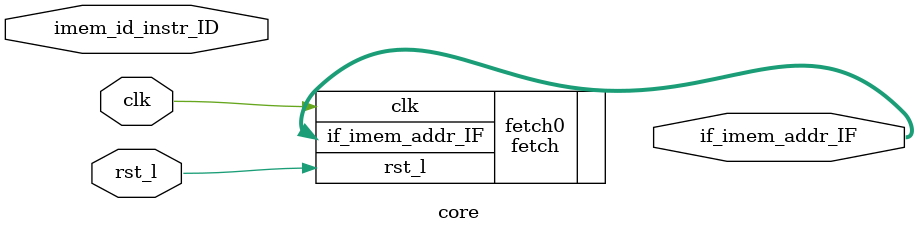
<source format=sv>
module core
(
  input  logic clk,
  input  logic rst_l,
  // Instruction mem interface
  output logic [63:0] if_imem_addr_IF,
  input  logic [63:0] imem_id_instr_ID

  // Data mem interface 
);

fetch fetch0 (
  .clk(clk),
  .rst_l(rst_l),
  .if_imem_addr_IF(if_imem_addr_IF)
);

always @ (posedge clk) begin
  $display("Instruction: %x", imem_id_instr_ID);
end

endmodule

</source>
